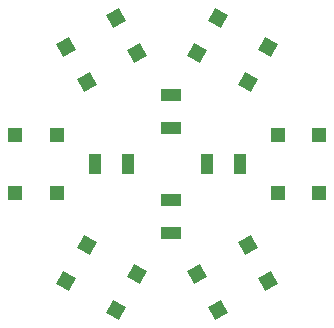
<source format=gtp>
%FSLAX25Y25*%
%MOIN*%
G70*
G01*
G75*
G04 Layer_Color=8421504*
%ADD10R,0.05000X0.08000*%
%ADD11R,0.08000X0.05000*%
%ADD12R,0.05906X0.05906*%
%ADD13P,0.08352X4X255.0*%
%ADD14P,0.08352X4X195.0*%
%ADD15C,0.02500*%
%ADD16C,0.16500*%
%ADD17C,0.04000*%
%ADD18R,0.17716X0.12205*%
%ADD19C,0.01000*%
%ADD20R,0.04000X0.07000*%
%ADD21R,0.07000X0.04000*%
%ADD22R,0.04906X0.04906*%
%ADD23P,0.06937X4X255.0*%
%ADD24P,0.06937X4X195.0*%
D20*
X432000Y487500D02*
D03*
X443000D02*
D03*
X480500D02*
D03*
X469500D02*
D03*
D21*
X457500Y510500D02*
D03*
Y499500D02*
D03*
Y464500D02*
D03*
Y475500D02*
D03*
D22*
X419390Y477854D02*
D03*
X405610D02*
D03*
X419390Y497146D02*
D03*
X405610D02*
D03*
X493110D02*
D03*
X506890D02*
D03*
X493110Y477854D02*
D03*
X506890D02*
D03*
D23*
X429492Y514610D02*
D03*
X422602Y526544D02*
D03*
X446198Y524256D02*
D03*
X439309Y536190D02*
D03*
X483008Y460390D02*
D03*
X489898Y448456D02*
D03*
X466302Y450744D02*
D03*
X473191Y438810D02*
D03*
D24*
X466302Y524256D02*
D03*
X473191Y536190D02*
D03*
X483008Y514610D02*
D03*
X489898Y526544D02*
D03*
X446198Y450744D02*
D03*
X439309Y438810D02*
D03*
X429492Y460390D02*
D03*
X422602Y448456D02*
D03*
M02*

</source>
